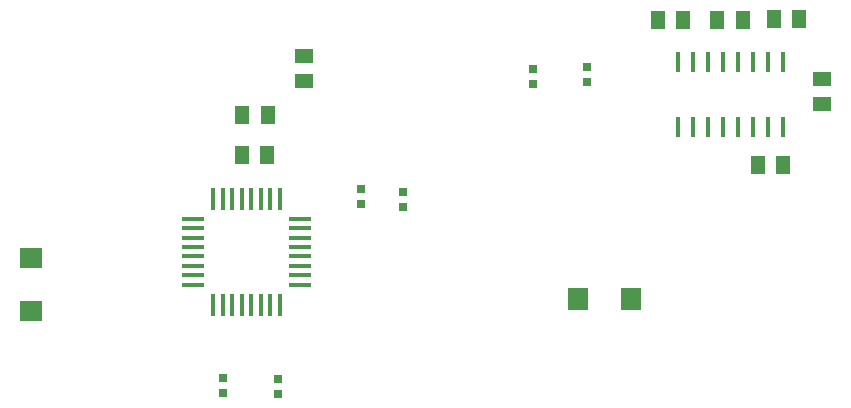
<source format=gbr>
G04 DipTrace 2.4.0.2*
%INTopPaste.gbr*%
%MOIN*%
%ADD57R,0.0748X0.0118*%
%ADD59R,0.0118X0.0748*%
%ADD61R,0.0157X0.0709*%
%ADD65R,0.0315X0.0315*%
%ADD70R,0.0748X0.0709*%
%ADD72R,0.0709X0.0748*%
%ADD83R,0.063X0.0472*%
%ADD85R,0.0472X0.063*%
%FSLAX44Y44*%
G04*
G70*
G90*
G75*
G01*
%LNTopPaste*%
%LPD*%
D85*
X35056Y19513D3*
X35903D3*
X33171Y19474D3*
X34018D3*
X31182D3*
X32029D3*
D83*
X36652Y17525D3*
Y16678D3*
D85*
X17317Y14979D3*
X18163D3*
X17344Y16315D3*
X18190D3*
X35374Y14647D3*
X34527D3*
D72*
X30282Y10193D3*
X28522D3*
D70*
X10313Y9775D3*
Y11536D3*
D65*
X21291Y13341D3*
Y13841D3*
X18543Y7533D3*
Y7033D3*
X16713Y7544D3*
Y7044D3*
X22697Y13263D3*
Y13763D3*
X27016Y17864D3*
Y17364D3*
X28835Y17903D3*
Y17403D3*
D83*
X19409Y18288D3*
Y17441D3*
D61*
X35375Y18090D3*
X34875D3*
X34375D3*
X33875D3*
X33375D3*
X32875D3*
X32375D3*
X31875D3*
Y15925D3*
X32375D3*
X32875D3*
X33375D3*
X33875D3*
X34375D3*
X34875D3*
X35375D3*
D59*
X18580Y13533D3*
X18265D3*
X17950D3*
X17635D3*
X17320D3*
X17005D3*
X16690D3*
X16375D3*
D57*
X15706Y12864D3*
Y12549D3*
Y12234D3*
Y11919D3*
Y11604D3*
Y11289D3*
Y10974D3*
Y10659D3*
D59*
X16375Y9990D3*
X16690D3*
X17005D3*
X17320D3*
X17635D3*
X17950D3*
X18265D3*
X18580D3*
D57*
X19249Y10659D3*
Y10974D3*
Y11289D3*
Y11604D3*
Y11919D3*
Y12234D3*
Y12549D3*
Y12864D3*
M02*

</source>
